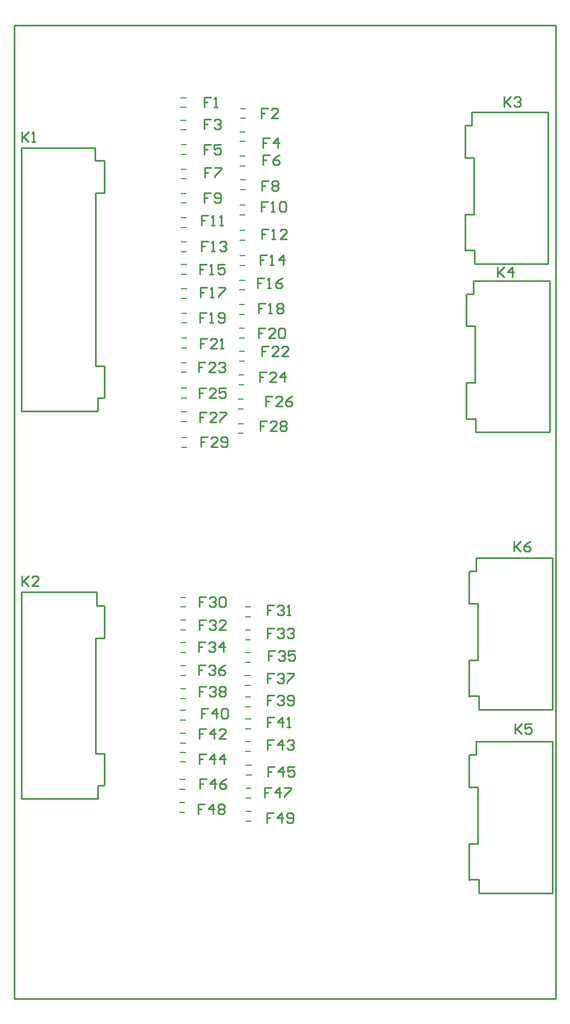
<source format=gto>
G04 Layer_Color=65535*
%FSLAX25Y25*%
%MOIN*%
G70*
G01*
G75*
%ADD12C,0.01000*%
%ADD18C,0.00787*%
D12*
X250984Y560827D02*
X251378Y561221D01*
Y580315D01*
X246063D02*
X251378D01*
X246063D02*
Y581102D01*
Y685236D01*
X246063Y685236D01*
X251378D01*
X245866Y704921D02*
Y712598D01*
Y704921D02*
X251378D01*
Y685236D02*
Y704921D01*
X200984Y702165D02*
Y712598D01*
X245866D01*
X200984Y552756D02*
Y565158D01*
Y552756D02*
X247244D01*
X200984Y565158D02*
Y702165D01*
X247244Y552756D02*
Y560827D01*
X250984D01*
X200984Y438386D02*
Y443110D01*
X201181Y443307D01*
X246457D01*
X246654Y443110D01*
Y434842D02*
Y443110D01*
Y434842D02*
X251181D01*
X251378Y434646D01*
Y415158D02*
Y434646D01*
X246063Y415158D02*
X251378D01*
X246063Y346063D02*
Y415158D01*
X200984Y330118D02*
Y438386D01*
X247244Y325787D02*
X250984D01*
X247244Y317717D02*
Y325787D01*
X200984Y317717D02*
X247244D01*
X200984D02*
Y330118D01*
X246063Y345276D02*
Y346063D01*
Y345276D02*
X251378D01*
Y326181D02*
Y345276D01*
X250984Y325787D02*
X251378Y326181D01*
X473258Y455746D02*
X476998D01*
Y463816D01*
X523258D01*
Y451415D02*
Y463816D01*
X478180Y435470D02*
Y436258D01*
X472865D02*
X478180D01*
X472865D02*
Y455352D01*
X473258Y455746D01*
X523258Y375037D02*
Y451415D01*
X478180Y401809D02*
Y435864D01*
X477983Y402005D02*
X478180Y401809D01*
X472865Y402005D02*
X477983D01*
X472865Y379958D02*
Y402005D01*
Y379958D02*
X473061Y380155D01*
X478573D01*
Y371887D02*
Y380155D01*
Y371887D02*
X523258D01*
Y375037D01*
X473258Y344446D02*
X476998D01*
Y352517D01*
X523258D01*
Y340115D02*
Y352517D01*
X478180Y324170D02*
Y324957D01*
X472865D02*
X478180D01*
X472865D02*
Y344052D01*
X473258Y344446D01*
X523258Y263737D02*
Y340115D01*
X478180Y290509D02*
Y324564D01*
X477983Y290705D02*
X478180Y290509D01*
X472865Y290705D02*
X477983D01*
X472865Y268658D02*
Y290705D01*
Y268658D02*
X473061Y268855D01*
X478573D01*
Y260587D02*
Y268855D01*
Y260587D02*
X523258D01*
Y263737D01*
X471558Y623946D02*
X475298D01*
Y632017D01*
X521558D01*
Y619615D02*
Y632017D01*
X476479Y603670D02*
Y604458D01*
X471165D02*
X476479D01*
X471165D02*
Y623552D01*
X471558Y623946D01*
X521558Y543237D02*
Y619615D01*
X476479Y570009D02*
Y604064D01*
X476283Y570205D02*
X476479Y570009D01*
X471165Y570205D02*
X476283D01*
X471165Y548158D02*
Y570205D01*
Y548158D02*
X471361Y548355D01*
X476873D01*
Y540087D02*
Y548355D01*
Y540087D02*
X521558D01*
Y543237D01*
X470758Y726046D02*
X474498D01*
Y734117D01*
X520758D01*
Y721715D02*
Y734117D01*
X475679Y705770D02*
Y706558D01*
X470365D02*
X475679D01*
X470365D02*
Y725652D01*
X470758Y726046D01*
X520758Y645337D02*
Y721715D01*
X475679Y672109D02*
Y706164D01*
X475483Y672305D02*
X475679Y672109D01*
X470365Y672305D02*
X475483D01*
X470365Y650258D02*
Y672305D01*
Y650258D02*
X470561Y650455D01*
X476073D01*
Y642187D02*
Y650455D01*
Y642187D02*
X520758D01*
Y645337D01*
X316214Y743298D02*
X312215D01*
Y740299D01*
X314214D01*
X312215D01*
Y737300D01*
X318213D02*
X320212D01*
X319213D01*
Y743298D01*
X318213Y742298D01*
X350684Y736698D02*
X346685D01*
Y733699D01*
X348684D01*
X346685D01*
Y730700D01*
X356682D02*
X352683D01*
X356682Y734699D01*
Y735698D01*
X355682Y736698D01*
X353683D01*
X352683Y735698D01*
X316199Y729898D02*
X312200D01*
Y726899D01*
X314199D01*
X312200D01*
Y723900D01*
X318198Y728898D02*
X319198Y729898D01*
X321197D01*
X322197Y728898D01*
Y727899D01*
X321197Y726899D01*
X320197D01*
X321197D01*
X322197Y725899D01*
Y724900D01*
X321197Y723900D01*
X319198D01*
X318198Y724900D01*
X351799Y718698D02*
X347800D01*
Y715699D01*
X349799D01*
X347800D01*
Y712700D01*
X356797D02*
Y718698D01*
X353798Y715699D01*
X357797D01*
X316099Y714498D02*
X312100D01*
Y711499D01*
X314099D01*
X312100D01*
Y708500D01*
X322097Y714498D02*
X318098D01*
Y711499D01*
X320097Y712499D01*
X321097D01*
X322097Y711499D01*
Y709500D01*
X321097Y708500D01*
X319098D01*
X318098Y709500D01*
X351799Y708198D02*
X347800D01*
Y705199D01*
X349799D01*
X347800D01*
Y702200D01*
X357797Y708198D02*
X355797Y707198D01*
X353798Y705199D01*
Y703200D01*
X354798Y702200D01*
X356797D01*
X357797Y703200D01*
Y704199D01*
X356797Y705199D01*
X353798D01*
X316299Y700398D02*
X312300D01*
Y697399D01*
X314299D01*
X312300D01*
Y694400D01*
X318298Y700398D02*
X322297D01*
Y699398D01*
X318298Y695400D01*
Y694400D01*
X351199Y692698D02*
X347200D01*
Y689699D01*
X349199D01*
X347200D01*
Y686700D01*
X353198Y691698D02*
X354198Y692698D01*
X356197D01*
X357197Y691698D01*
Y690699D01*
X356197Y689699D01*
X357197Y688699D01*
Y687700D01*
X356197Y686700D01*
X354198D01*
X353198Y687700D01*
Y688699D01*
X354198Y689699D01*
X353198Y690699D01*
Y691698D01*
X354198Y689699D02*
X356197D01*
X315999Y685298D02*
X312000D01*
Y682299D01*
X313999D01*
X312000D01*
Y679300D01*
X317998Y680300D02*
X318998Y679300D01*
X320997D01*
X321997Y680300D01*
Y684298D01*
X320997Y685298D01*
X318998D01*
X317998Y684298D01*
Y683299D01*
X318998Y682299D01*
X321997D01*
X350569Y679898D02*
X346570D01*
Y676899D01*
X348569D01*
X346570D01*
Y673900D01*
X352568D02*
X354568D01*
X353568D01*
Y679898D01*
X352568Y678898D01*
X357566D02*
X358566Y679898D01*
X360565D01*
X361565Y678898D01*
Y674900D01*
X360565Y673900D01*
X358566D01*
X357566Y674900D01*
Y678898D01*
X314499Y671598D02*
X310500D01*
Y668599D01*
X312499D01*
X310500D01*
Y665600D01*
X316498D02*
X318497D01*
X317498D01*
Y671598D01*
X316498Y670598D01*
X321496Y665600D02*
X323496D01*
X322496D01*
Y671598D01*
X321496Y670598D01*
X350999Y663098D02*
X347000D01*
Y660099D01*
X348999D01*
X347000D01*
Y657100D01*
X352998D02*
X354997D01*
X353998D01*
Y663098D01*
X352998Y662098D01*
X361995Y657100D02*
X357996D01*
X361995Y661099D01*
Y662098D01*
X360996Y663098D01*
X358996D01*
X357996Y662098D01*
X314499Y655998D02*
X310500D01*
Y652999D01*
X312499D01*
X310500D01*
Y650000D01*
X316498D02*
X318497D01*
X317498D01*
Y655998D01*
X316498Y654998D01*
X321496D02*
X322496Y655998D01*
X324496D01*
X325495Y654998D01*
Y653999D01*
X324496Y652999D01*
X323496D01*
X324496D01*
X325495Y651999D01*
Y651000D01*
X324496Y650000D01*
X322496D01*
X321496Y651000D01*
X350084Y647698D02*
X346085D01*
Y644699D01*
X348084D01*
X346085D01*
Y641700D01*
X352083D02*
X354082D01*
X353083D01*
Y647698D01*
X352083Y646698D01*
X360081Y641700D02*
Y647698D01*
X357082Y644699D01*
X361080D01*
X313499Y641798D02*
X309500D01*
Y638799D01*
X311499D01*
X309500D01*
Y635800D01*
X315498D02*
X317497D01*
X316498D01*
Y641798D01*
X315498Y640798D01*
X324495Y641798D02*
X320496D01*
Y638799D01*
X322496Y639799D01*
X323496D01*
X324495Y638799D01*
Y636800D01*
X323496Y635800D01*
X321496D01*
X320496Y636800D01*
X348514Y633698D02*
X344515D01*
Y630699D01*
X346514D01*
X344515D01*
Y627700D01*
X350513D02*
X352512D01*
X351513D01*
Y633698D01*
X350513Y632698D01*
X359510Y633698D02*
X357511Y632698D01*
X355511Y630699D01*
Y628700D01*
X356511Y627700D01*
X358510D01*
X359510Y628700D01*
Y629699D01*
X358510Y630699D01*
X355511D01*
X313714Y627998D02*
X309715D01*
Y624999D01*
X311714D01*
X309715D01*
Y622000D01*
X315713D02*
X317712D01*
X316713D01*
Y627998D01*
X315713Y626998D01*
X320711Y627998D02*
X324710D01*
Y626998D01*
X320711Y623000D01*
Y622000D01*
X348999Y618298D02*
X345000D01*
Y615299D01*
X346999D01*
X345000D01*
Y612300D01*
X350998D02*
X352997D01*
X351998D01*
Y618298D01*
X350998Y617298D01*
X355996D02*
X356996Y618298D01*
X358996D01*
X359995Y617298D01*
Y616299D01*
X358996Y615299D01*
X359995Y614299D01*
Y613300D01*
X358996Y612300D01*
X356996D01*
X355996Y613300D01*
Y614299D01*
X356996Y615299D01*
X355996Y616299D01*
Y617298D01*
X356996Y615299D02*
X358996D01*
X313399Y612698D02*
X309400D01*
Y609699D01*
X311399D01*
X309400D01*
Y606700D01*
X315398D02*
X317397D01*
X316398D01*
Y612698D01*
X315398Y611698D01*
X320396Y607700D02*
X321396Y606700D01*
X323395D01*
X324395Y607700D01*
Y611698D01*
X323395Y612698D01*
X321396D01*
X320396Y611698D01*
Y610699D01*
X321396Y609699D01*
X324395D01*
X348999Y603098D02*
X345000D01*
Y600099D01*
X346999D01*
X345000D01*
Y597100D01*
X354997D02*
X350998D01*
X354997Y601099D01*
Y602098D01*
X353997Y603098D01*
X351998D01*
X350998Y602098D01*
X356996D02*
X357996Y603098D01*
X359995D01*
X360995Y602098D01*
Y598100D01*
X359995Y597100D01*
X357996D01*
X356996Y598100D01*
Y602098D01*
X313599Y596998D02*
X309600D01*
Y593999D01*
X311599D01*
X309600D01*
Y591000D01*
X319597D02*
X315598D01*
X319597Y594999D01*
Y595998D01*
X318597Y596998D01*
X316598D01*
X315598Y595998D01*
X321596Y591000D02*
X323595D01*
X322596D01*
Y596998D01*
X321596Y595998D01*
X350899Y592098D02*
X346900D01*
Y589099D01*
X348899D01*
X346900D01*
Y586100D01*
X356897D02*
X352898D01*
X356897Y590099D01*
Y591098D01*
X355897Y592098D01*
X353898D01*
X352898Y591098D01*
X362895Y586100D02*
X358896D01*
X362895Y590099D01*
Y591098D01*
X361895Y592098D01*
X359896D01*
X358896Y591098D01*
X312684Y582498D02*
X308685D01*
Y579499D01*
X310684D01*
X308685D01*
Y576500D01*
X318682D02*
X314683D01*
X318682Y580499D01*
Y581498D01*
X317682Y582498D01*
X315683D01*
X314683Y581498D01*
X320681D02*
X321681Y582498D01*
X323680D01*
X324680Y581498D01*
Y580499D01*
X323680Y579499D01*
X322680D01*
X323680D01*
X324680Y578499D01*
Y577500D01*
X323680Y576500D01*
X321681D01*
X320681Y577500D01*
X349714Y576698D02*
X345715D01*
Y573699D01*
X347714D01*
X345715D01*
Y570700D01*
X355712D02*
X351713D01*
X355712Y574699D01*
Y575698D01*
X354712Y576698D01*
X352713D01*
X351713Y575698D01*
X360710Y570700D02*
Y576698D01*
X357711Y573699D01*
X361710D01*
X313099Y566998D02*
X309100D01*
Y563999D01*
X311099D01*
X309100D01*
Y561000D01*
X319097D02*
X315098D01*
X319097Y564999D01*
Y565998D01*
X318097Y566998D01*
X316098D01*
X315098Y565998D01*
X325095Y566998D02*
X321096D01*
Y563999D01*
X323095Y564999D01*
X324095D01*
X325095Y563999D01*
Y562000D01*
X324095Y561000D01*
X322096D01*
X321096Y562000D01*
X353299Y561898D02*
X349300D01*
Y558899D01*
X351299D01*
X349300D01*
Y555900D01*
X359297D02*
X355298D01*
X359297Y559899D01*
Y560898D01*
X358297Y561898D01*
X356298D01*
X355298Y560898D01*
X365295Y561898D02*
X363296Y560898D01*
X361296Y558899D01*
Y556900D01*
X362296Y555900D01*
X364295D01*
X365295Y556900D01*
Y557899D01*
X364295Y558899D01*
X361296D01*
X313499Y552198D02*
X309500D01*
Y549199D01*
X311499D01*
X309500D01*
Y546200D01*
X319497D02*
X315498D01*
X319497Y550199D01*
Y551198D01*
X318497Y552198D01*
X316498D01*
X315498Y551198D01*
X321496Y552198D02*
X325495D01*
Y551198D01*
X321496Y547200D01*
Y546200D01*
X349899Y546798D02*
X345900D01*
Y543799D01*
X347899D01*
X345900D01*
Y540800D01*
X355897D02*
X351898D01*
X355897Y544799D01*
Y545798D01*
X354897Y546798D01*
X352898D01*
X351898Y545798D01*
X357896D02*
X358896Y546798D01*
X360895D01*
X361895Y545798D01*
Y544799D01*
X360895Y543799D01*
X361895Y542799D01*
Y541800D01*
X360895Y540800D01*
X358896D01*
X357896Y541800D01*
Y542799D01*
X358896Y543799D01*
X357896Y544799D01*
Y545798D01*
X358896Y543799D02*
X360895D01*
X313999Y537098D02*
X310000D01*
Y534099D01*
X311999D01*
X310000D01*
Y531100D01*
X319997D02*
X315998D01*
X319997Y535099D01*
Y536098D01*
X318997Y537098D01*
X316998D01*
X315998Y536098D01*
X321996Y532100D02*
X322996Y531100D01*
X324995D01*
X325995Y532100D01*
Y536098D01*
X324995Y537098D01*
X322996D01*
X321996Y536098D01*
Y535099D01*
X322996Y534099D01*
X325995D01*
X312999Y440298D02*
X309000D01*
Y437299D01*
X310999D01*
X309000D01*
Y434300D01*
X314998Y439298D02*
X315998Y440298D01*
X317997D01*
X318997Y439298D01*
Y438299D01*
X317997Y437299D01*
X316997D01*
X317997D01*
X318997Y436299D01*
Y435300D01*
X317997Y434300D01*
X315998D01*
X314998Y435300D01*
X320996Y439298D02*
X321996Y440298D01*
X323995D01*
X324995Y439298D01*
Y435300D01*
X323995Y434300D01*
X321996D01*
X320996Y435300D01*
Y439298D01*
X354392Y435132D02*
X350394D01*
Y432133D01*
X352393D01*
X350394D01*
Y429134D01*
X356392Y434132D02*
X357391Y435132D01*
X359391D01*
X360390Y434132D01*
Y433133D01*
X359391Y432133D01*
X358391D01*
X359391D01*
X360390Y431133D01*
Y430133D01*
X359391Y429134D01*
X357391D01*
X356392Y430133D01*
X362390Y429134D02*
X364389D01*
X363389D01*
Y435132D01*
X362390Y434132D01*
X312999Y426298D02*
X309000D01*
Y423299D01*
X310999D01*
X309000D01*
Y420300D01*
X314998Y425298D02*
X315998Y426298D01*
X317997D01*
X318997Y425298D01*
Y424299D01*
X317997Y423299D01*
X316997D01*
X317997D01*
X318997Y422299D01*
Y421300D01*
X317997Y420300D01*
X315998D01*
X314998Y421300D01*
X324995Y420300D02*
X320996D01*
X324995Y424299D01*
Y425298D01*
X323995Y426298D01*
X321996D01*
X320996Y425298D01*
X354392Y421352D02*
X350394D01*
Y418353D01*
X352393D01*
X350394D01*
Y415354D01*
X356392Y420353D02*
X357391Y421352D01*
X359391D01*
X360390Y420353D01*
Y419353D01*
X359391Y418353D01*
X358391D01*
X359391D01*
X360390Y417354D01*
Y416354D01*
X359391Y415354D01*
X357391D01*
X356392Y416354D01*
X362390Y420353D02*
X363389Y421352D01*
X365389D01*
X366389Y420353D01*
Y419353D01*
X365389Y418353D01*
X364389D01*
X365389D01*
X366389Y417354D01*
Y416354D01*
X365389Y415354D01*
X363389D01*
X362390Y416354D01*
X312799Y412898D02*
X308800D01*
Y409899D01*
X310799D01*
X308800D01*
Y406900D01*
X314798Y411898D02*
X315798Y412898D01*
X317797D01*
X318797Y411898D01*
Y410899D01*
X317797Y409899D01*
X316797D01*
X317797D01*
X318797Y408899D01*
Y407900D01*
X317797Y406900D01*
X315798D01*
X314798Y407900D01*
X323795Y406900D02*
Y412898D01*
X320796Y409899D01*
X324795D01*
X354983Y407573D02*
X350984D01*
Y404574D01*
X352984D01*
X350984D01*
Y401575D01*
X356982Y406573D02*
X357982Y407573D01*
X359981D01*
X360981Y406573D01*
Y405574D01*
X359981Y404574D01*
X358982D01*
X359981D01*
X360981Y403574D01*
Y402574D01*
X359981Y401575D01*
X357982D01*
X356982Y402574D01*
X366979Y407573D02*
X362980D01*
Y404574D01*
X364980Y405574D01*
X365979D01*
X366979Y404574D01*
Y402574D01*
X365979Y401575D01*
X363980D01*
X362980Y402574D01*
X312799Y398898D02*
X308800D01*
Y395899D01*
X310799D01*
X308800D01*
Y392900D01*
X314798Y397898D02*
X315798Y398898D01*
X317797D01*
X318797Y397898D01*
Y396899D01*
X317797Y395899D01*
X316797D01*
X317797D01*
X318797Y394899D01*
Y393900D01*
X317797Y392900D01*
X315798D01*
X314798Y393900D01*
X324795Y398898D02*
X322796Y397898D01*
X320796Y395899D01*
Y393900D01*
X321796Y392900D01*
X323795D01*
X324795Y393900D01*
Y394899D01*
X323795Y395899D01*
X320796D01*
X354499Y393898D02*
X350500D01*
Y390899D01*
X352499D01*
X350500D01*
Y387900D01*
X356498Y392898D02*
X357498Y393898D01*
X359497D01*
X360497Y392898D01*
Y391899D01*
X359497Y390899D01*
X358497D01*
X359497D01*
X360497Y389899D01*
Y388900D01*
X359497Y387900D01*
X357498D01*
X356498Y388900D01*
X362496Y393898D02*
X366495D01*
Y392898D01*
X362496Y388900D01*
Y387900D01*
X313199Y385898D02*
X309200D01*
Y382899D01*
X311199D01*
X309200D01*
Y379900D01*
X315198Y384898D02*
X316198Y385898D01*
X318197D01*
X319197Y384898D01*
Y383899D01*
X318197Y382899D01*
X317197D01*
X318197D01*
X319197Y381899D01*
Y380900D01*
X318197Y379900D01*
X316198D01*
X315198Y380900D01*
X321196Y384898D02*
X322196Y385898D01*
X324195D01*
X325195Y384898D01*
Y383899D01*
X324195Y382899D01*
X325195Y381899D01*
Y380900D01*
X324195Y379900D01*
X322196D01*
X321196Y380900D01*
Y381899D01*
X322196Y382899D01*
X321196Y383899D01*
Y384898D01*
X322196Y382899D02*
X324195D01*
X354310Y380630D02*
X350311D01*
Y377630D01*
X352310D01*
X350311D01*
Y374632D01*
X356309Y379630D02*
X357309Y380630D01*
X359308D01*
X360308Y379630D01*
Y378630D01*
X359308Y377630D01*
X358308D01*
X359308D01*
X360308Y376631D01*
Y375631D01*
X359308Y374632D01*
X357309D01*
X356309Y375631D01*
X362307D02*
X363307Y374632D01*
X365306D01*
X366306Y375631D01*
Y379630D01*
X365306Y380630D01*
X363307D01*
X362307Y379630D01*
Y378630D01*
X363307Y377630D01*
X366306D01*
X314399Y372398D02*
X310400D01*
Y369399D01*
X312399D01*
X310400D01*
Y366400D01*
X319397D02*
Y372398D01*
X316398Y369399D01*
X320397D01*
X322396Y371398D02*
X323396Y372398D01*
X325395D01*
X326395Y371398D01*
Y367400D01*
X325395Y366400D01*
X323396D01*
X322396Y367400D01*
Y371398D01*
X354510Y367330D02*
X350511D01*
Y364331D01*
X352510D01*
X350511D01*
Y361332D01*
X359508D02*
Y367330D01*
X356509Y364331D01*
X360508D01*
X362507Y361332D02*
X364507D01*
X363507D01*
Y367330D01*
X362507Y366330D01*
X312899Y360098D02*
X308900D01*
Y357099D01*
X310899D01*
X308900D01*
Y354100D01*
X317897D02*
Y360098D01*
X314898Y357099D01*
X318897D01*
X324895Y354100D02*
X320896D01*
X324895Y358099D01*
Y359098D01*
X323895Y360098D01*
X321896D01*
X320896Y359098D01*
X354410Y353630D02*
X350411D01*
Y350630D01*
X352410D01*
X350411D01*
Y347632D01*
X359408D02*
Y353630D01*
X356409Y350630D01*
X360408D01*
X362407Y352630D02*
X363407Y353630D01*
X365406D01*
X366406Y352630D01*
Y351630D01*
X365406Y350630D01*
X364406D01*
X365406D01*
X366406Y349631D01*
Y348631D01*
X365406Y347632D01*
X363407D01*
X362407Y348631D01*
X313199Y344898D02*
X309200D01*
Y341899D01*
X311199D01*
X309200D01*
Y338900D01*
X318197D02*
Y344898D01*
X315198Y341899D01*
X319197D01*
X324195Y338900D02*
Y344898D01*
X321196Y341899D01*
X325195D01*
X354810Y337361D02*
X350811D01*
Y334362D01*
X352810D01*
X350811D01*
Y331363D01*
X359808D02*
Y337361D01*
X356809Y334362D01*
X360808D01*
X366806Y337361D02*
X362807D01*
Y334362D01*
X364807Y335362D01*
X365806D01*
X366806Y334362D01*
Y332363D01*
X365806Y331363D01*
X363807D01*
X362807Y332363D01*
X201453Y722107D02*
Y716109D01*
Y718108D01*
X205452Y722107D01*
X202453Y719108D01*
X205452Y716109D01*
X207452D02*
X209451D01*
X208451D01*
Y722107D01*
X207452Y721107D01*
X494100Y743698D02*
Y737700D01*
Y739699D01*
X498099Y743698D01*
X495100Y740699D01*
X498099Y737700D01*
X500098Y742698D02*
X501098Y743698D01*
X503097D01*
X504097Y742698D01*
Y741699D01*
X503097Y740699D01*
X502097D01*
X503097D01*
X504097Y739699D01*
Y738700D01*
X503097Y737700D01*
X501098D01*
X500098Y738700D01*
X490000Y640098D02*
Y634100D01*
Y636099D01*
X493999Y640098D01*
X491000Y637099D01*
X493999Y634100D01*
X498997D02*
Y640098D01*
X495998Y637099D01*
X499997D01*
X500800Y363298D02*
Y357300D01*
Y359299D01*
X504799Y363298D01*
X501800Y360299D01*
X504799Y357300D01*
X510797Y363298D02*
X506798D01*
Y360299D01*
X508797Y361299D01*
X509797D01*
X510797Y360299D01*
Y358300D01*
X509797Y357300D01*
X507798D01*
X506798Y358300D01*
X500000Y473798D02*
Y467800D01*
Y469799D01*
X503999Y473798D01*
X501000Y470799D01*
X503999Y467800D01*
X509997Y473798D02*
X507997Y472798D01*
X505998Y470799D01*
Y468800D01*
X506998Y467800D01*
X508997D01*
X509997Y468800D01*
Y469799D01*
X508997Y470799D01*
X505998D01*
X201527Y452756D02*
Y446758D01*
Y448758D01*
X205525Y452756D01*
X202526Y449757D01*
X205525Y446758D01*
X211524D02*
X207525D01*
X211524Y450757D01*
Y451757D01*
X210524Y452756D01*
X208524D01*
X207525Y451757D01*
X313399Y329798D02*
X309400D01*
Y326799D01*
X311399D01*
X309400D01*
Y323800D01*
X318397D02*
Y329798D01*
X315398Y326799D01*
X319397D01*
X325395Y329798D02*
X323395Y328798D01*
X321396Y326799D01*
Y324800D01*
X322396Y323800D01*
X324395D01*
X325395Y324800D01*
Y325799D01*
X324395Y326799D01*
X321396D01*
X352599Y324398D02*
X348600D01*
Y321399D01*
X350599D01*
X348600D01*
Y318400D01*
X357597D02*
Y324398D01*
X354598Y321399D01*
X358597D01*
X360596Y324398D02*
X364595D01*
Y323398D01*
X360596Y319400D01*
Y318400D01*
X312299Y314598D02*
X308300D01*
Y311599D01*
X310299D01*
X308300D01*
Y308600D01*
X317297D02*
Y314598D01*
X314298Y311599D01*
X318297D01*
X320296Y313598D02*
X321296Y314598D01*
X323295D01*
X324295Y313598D01*
Y312599D01*
X323295Y311599D01*
X324295Y310599D01*
Y309600D01*
X323295Y308600D01*
X321296D01*
X320296Y309600D01*
Y310599D01*
X321296Y311599D01*
X320296Y312599D01*
Y313598D01*
X321296Y311599D02*
X323295D01*
X353999Y309298D02*
X350000D01*
Y306299D01*
X351999D01*
X350000D01*
Y303300D01*
X358997D02*
Y309298D01*
X355998Y306299D01*
X359997D01*
X361996Y304300D02*
X362996Y303300D01*
X364995D01*
X365995Y304300D01*
Y308298D01*
X364995Y309298D01*
X362996D01*
X361996Y308298D01*
Y307299D01*
X362996Y306299D01*
X365995D01*
X525400Y787000D02*
X525500Y786900D01*
X196800Y787000D02*
X525400D01*
X525500Y196600D02*
Y786900D01*
X196800Y196500D02*
X525400D01*
X525500Y196600D01*
X196800Y196500D02*
Y787000D01*
D18*
X297525Y345953D02*
X300675D01*
X297525Y340047D02*
X300675D01*
X337425Y338253D02*
X340575D01*
X337425Y332347D02*
X340575D01*
X297638Y426181D02*
X300787D01*
X297638Y420276D02*
X300787D01*
X337008Y420276D02*
X340158D01*
X337008Y414370D02*
X340158D01*
X297638Y412402D02*
X300787D01*
X297638Y406496D02*
X300787D01*
X337008Y434055D02*
X340158D01*
X337008Y428150D02*
X340158D01*
X297638Y439961D02*
X300787D01*
X297638Y434055D02*
X300787D01*
X337008Y406496D02*
X340158D01*
X337008Y400591D02*
X340158D01*
X297625Y398453D02*
X300775D01*
X297625Y392547D02*
X300775D01*
X336810Y392553D02*
X339960D01*
X336810Y386647D02*
X339960D01*
X297625Y384553D02*
X300775D01*
X297625Y378647D02*
X300775D01*
X336925Y379553D02*
X340075D01*
X336925Y373647D02*
X340075D01*
X297525Y371553D02*
X300675D01*
X297525Y365647D02*
X300675D01*
X337125Y366253D02*
X340275D01*
X337125Y360347D02*
X340275D01*
X337025Y352553D02*
X340175D01*
X337025Y346647D02*
X340175D01*
X297425Y357553D02*
X300575D01*
X297425Y351647D02*
X300575D01*
X333925Y736353D02*
X337075D01*
X333925Y730447D02*
X337075D01*
X297825Y742953D02*
X300975D01*
X297825Y737047D02*
X300975D01*
X297825Y729353D02*
X300975D01*
X297825Y723447D02*
X300975D01*
X333725Y722353D02*
X336875D01*
X333725Y716447D02*
X336875D01*
X297925Y714453D02*
X301075D01*
X297925Y708547D02*
X301075D01*
X333725Y707453D02*
X336875D01*
X333725Y701547D02*
X336875D01*
X297925Y699653D02*
X301075D01*
X297925Y693747D02*
X301075D01*
X333925Y693053D02*
X337075D01*
X333925Y687147D02*
X337075D01*
X297925Y684953D02*
X301075D01*
X297925Y679047D02*
X301075D01*
X333610Y677753D02*
X336760D01*
X333610Y671847D02*
X336760D01*
X298025Y670153D02*
X301175D01*
X298025Y664247D02*
X301175D01*
X333725Y662553D02*
X336875D01*
X333725Y656647D02*
X336875D01*
X298025Y655453D02*
X301175D01*
X298025Y649547D02*
X301175D01*
X333610Y647253D02*
X336760D01*
X333610Y641347D02*
X336760D01*
X298125Y641853D02*
X301275D01*
X298125Y635947D02*
X301275D01*
X333425Y632353D02*
X336575D01*
X333425Y626447D02*
X336575D01*
X298125Y627153D02*
X301275D01*
X298125Y621247D02*
X301275D01*
X333225Y617553D02*
X336375D01*
X333225Y611647D02*
X336375D01*
X298225Y612353D02*
X301375D01*
X298225Y606447D02*
X301375D01*
X333225Y603253D02*
X336375D01*
X333225Y597347D02*
X336375D01*
X298225Y597153D02*
X301375D01*
X298225Y591247D02*
X301375D01*
X333225Y589053D02*
X336375D01*
X333225Y583147D02*
X336375D01*
X298025Y582353D02*
X301175D01*
X298025Y576447D02*
X301175D01*
X333025Y574853D02*
X336175D01*
X333025Y568947D02*
X336175D01*
X298125Y566853D02*
X301275D01*
X298125Y560947D02*
X301275D01*
X332625Y560153D02*
X335775D01*
X332625Y554247D02*
X335775D01*
X298125Y552453D02*
X301275D01*
X298125Y546547D02*
X301275D01*
X332625Y545353D02*
X335775D01*
X332625Y539447D02*
X335775D01*
X298240Y536753D02*
X301390D01*
X298240Y530847D02*
X301390D01*
X296925Y315553D02*
X300075D01*
X296925Y309647D02*
X300075D01*
X297125Y329553D02*
X300275D01*
X297125Y323647D02*
X300275D01*
X337325Y310253D02*
X340475D01*
X337325Y304347D02*
X340475D01*
X337325Y324053D02*
X340475D01*
X337325Y318147D02*
X340475D01*
M02*

</source>
